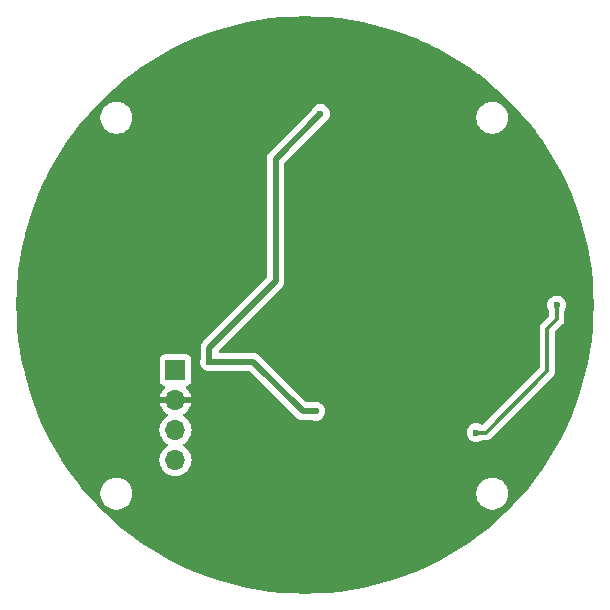
<source format=gbl>
G04 #@! TF.GenerationSoftware,KiCad,Pcbnew,8.0.1*
G04 #@! TF.CreationDate,2024-06-09T19:47:04+05:00*
G04 #@! TF.ProjectId,rocket_project,726f636b-6574-45f7-9072-6f6a6563742e,rev?*
G04 #@! TF.SameCoordinates,Original*
G04 #@! TF.FileFunction,Copper,L4,Bot*
G04 #@! TF.FilePolarity,Positive*
%FSLAX46Y46*%
G04 Gerber Fmt 4.6, Leading zero omitted, Abs format (unit mm)*
G04 Created by KiCad (PCBNEW 8.0.1) date 2024-06-09 19:47:04*
%MOMM*%
%LPD*%
G01*
G04 APERTURE LIST*
G04 #@! TA.AperFunction,ComponentPad*
%ADD10R,1.700000X1.700000*%
G04 #@! TD*
G04 #@! TA.AperFunction,ComponentPad*
%ADD11O,1.700000X1.700000*%
G04 #@! TD*
G04 #@! TA.AperFunction,ViaPad*
%ADD12C,0.600000*%
G04 #@! TD*
G04 #@! TA.AperFunction,Conductor*
%ADD13C,0.500000*%
G04 #@! TD*
G04 #@! TA.AperFunction,Conductor*
%ADD14C,0.300000*%
G04 #@! TD*
G04 APERTURE END LIST*
D10*
X146525000Y-100700000D03*
D11*
X146525000Y-103240000D03*
X146525000Y-105780000D03*
X146525000Y-108320000D03*
D12*
X139700000Y-90660000D03*
X139700000Y-103360000D03*
X152400000Y-103360000D03*
X156400000Y-75000000D03*
X165100000Y-113520000D03*
X144780000Y-108440000D03*
X154940000Y-113520000D03*
X180340000Y-98280000D03*
X175260000Y-105900000D03*
X160020000Y-93200000D03*
X177800000Y-83040000D03*
X167640000Y-95740000D03*
X152400000Y-93200000D03*
X147800000Y-84400000D03*
X165900000Y-79800000D03*
X160020000Y-95740000D03*
X172720000Y-85580000D03*
X142240000Y-100820000D03*
X160020000Y-75420000D03*
X137000000Y-90600000D03*
X143400000Y-95000000D03*
X152400000Y-83040000D03*
X167640000Y-77960000D03*
X139700000Y-98280000D03*
X154940000Y-72880000D03*
X160800000Y-91400000D03*
X144780000Y-100820000D03*
X165100000Y-72880000D03*
X157200000Y-86600000D03*
X162560000Y-113520000D03*
X137000000Y-86400000D03*
X157480000Y-105900000D03*
X162560000Y-75420000D03*
X137160000Y-103360000D03*
X152400000Y-116060000D03*
X145000000Y-76600000D03*
X142600000Y-87600000D03*
X160020000Y-88120000D03*
X149860000Y-72880000D03*
X165100000Y-116060000D03*
X165100000Y-75420000D03*
X142240000Y-85580000D03*
X177800000Y-103360000D03*
X154940000Y-108440000D03*
X149860000Y-113520000D03*
X154940000Y-98280000D03*
X177800000Y-85580000D03*
X149860000Y-101600000D03*
X147320000Y-98280000D03*
X162560000Y-77960000D03*
X160020000Y-98280000D03*
X169000000Y-100000000D03*
X142240000Y-90660000D03*
X162560000Y-80500000D03*
X170180000Y-77960000D03*
X154940000Y-116060000D03*
X175260000Y-85580000D03*
X167640000Y-75420000D03*
X157480000Y-95740000D03*
X134620000Y-90660000D03*
X172720000Y-88120000D03*
X162900000Y-94400000D03*
X177800000Y-105900000D03*
X139700000Y-105900000D03*
X157480000Y-108440000D03*
X167640000Y-80500000D03*
X152400000Y-113520000D03*
X149860000Y-95740000D03*
X149860000Y-116060000D03*
X167640000Y-113520000D03*
X160020000Y-116060000D03*
X175260000Y-83040000D03*
X165100000Y-77960000D03*
X134620000Y-100820000D03*
X144780000Y-103360000D03*
X147320000Y-116060000D03*
X147320000Y-93200000D03*
X147320000Y-113520000D03*
X175260000Y-108440000D03*
X149860000Y-93200000D03*
X172720000Y-83040000D03*
X142240000Y-98280000D03*
X147320000Y-88120000D03*
X149800000Y-109300000D03*
X157480000Y-118600000D03*
X157480000Y-90660000D03*
X139700000Y-108440000D03*
X137160000Y-105900000D03*
X137160000Y-100820000D03*
X171200000Y-94400000D03*
X137160000Y-98280000D03*
X165100000Y-95740000D03*
X170180000Y-75420000D03*
X148500000Y-74900000D03*
X144780000Y-98280000D03*
X170600000Y-108800000D03*
X142240000Y-103360000D03*
X144780000Y-110980000D03*
X177800000Y-88120000D03*
X147320000Y-95740000D03*
X157480000Y-93200000D03*
X162560000Y-72880000D03*
X167640000Y-116060000D03*
X137160000Y-93200000D03*
X170180000Y-80500000D03*
X180340000Y-93200000D03*
X139800000Y-96200000D03*
X157480000Y-100820000D03*
X157480000Y-88120000D03*
X154940000Y-103360000D03*
X162560000Y-95740000D03*
X160020000Y-72880000D03*
X160020000Y-113520000D03*
X169400000Y-89000000D03*
X175260000Y-88120000D03*
X162560000Y-116060000D03*
X144780000Y-113520000D03*
X149860000Y-77960000D03*
X154940000Y-118600000D03*
X152400000Y-108440000D03*
X160020000Y-118600000D03*
X175000000Y-91800000D03*
X160020000Y-80500000D03*
X144780000Y-105900000D03*
X157480000Y-72880000D03*
X134620000Y-95740000D03*
X157480000Y-113520000D03*
X142240000Y-108440000D03*
X142240000Y-105900000D03*
X152400000Y-72880000D03*
X157480000Y-98280000D03*
X152400000Y-75420000D03*
X139700000Y-100820000D03*
X146300000Y-85500000D03*
X170180000Y-113520000D03*
X157480000Y-116060000D03*
X149400000Y-100000000D03*
X158800000Y-79000000D03*
X158400000Y-104200000D03*
X178800000Y-95200000D03*
X172000000Y-106000000D03*
D13*
X155000000Y-93200000D02*
X149400000Y-98800000D01*
X157300000Y-104200000D02*
X158400000Y-104200000D01*
X158800000Y-79000000D02*
X155000000Y-82800000D01*
X153100000Y-100000000D02*
X157300000Y-104200000D01*
X149400000Y-100000000D02*
X153100000Y-100000000D01*
X149400000Y-98800000D02*
X149400000Y-100000000D01*
X155000000Y-82800000D02*
X155000000Y-93200000D01*
D14*
X178000000Y-100800000D02*
X172800000Y-106000000D01*
X178800000Y-95200000D02*
X178800000Y-96400000D01*
X178800000Y-96400000D02*
X178000000Y-97200000D01*
X172800000Y-106000000D02*
X172000000Y-106000000D01*
X178000000Y-97200000D02*
X178000000Y-100800000D01*
G04 #@! TA.AperFunction,Conductor*
G36*
X158471749Y-70773924D02*
G01*
X158476676Y-70774122D01*
X159454375Y-70833263D01*
X159459316Y-70833662D01*
X160433816Y-70932119D01*
X160438750Y-70932718D01*
X161408486Y-71070333D01*
X161413383Y-71071129D01*
X162376799Y-71247682D01*
X162381683Y-71248679D01*
X163337191Y-71463877D01*
X163342030Y-71465070D01*
X164288121Y-71718574D01*
X164292883Y-71719954D01*
X165227992Y-72011346D01*
X165232669Y-72012907D01*
X166155330Y-72341730D01*
X166159938Y-72343478D01*
X167068596Y-72709182D01*
X167073135Y-72711115D01*
X167333071Y-72828103D01*
X167966312Y-73113102D01*
X167970824Y-73115243D01*
X168397371Y-73328269D01*
X168847071Y-73552859D01*
X168851472Y-73555168D01*
X169709392Y-74027713D01*
X169713696Y-74030198D01*
X170551907Y-74536915D01*
X170556077Y-74539552D01*
X171373204Y-75079608D01*
X171377305Y-75082439D01*
X172172025Y-75654959D01*
X172175978Y-75657930D01*
X172186288Y-75666007D01*
X172947000Y-76261988D01*
X172950846Y-76265128D01*
X173696880Y-76899707D01*
X173700618Y-76903018D01*
X174420542Y-77567165D01*
X174424143Y-77570625D01*
X175116674Y-78263156D01*
X175120134Y-78266757D01*
X175784281Y-78986681D01*
X175787588Y-78990415D01*
X176422166Y-79736447D01*
X176425311Y-79740299D01*
X177019243Y-80498396D01*
X177029354Y-80511301D01*
X177032345Y-80515282D01*
X177310302Y-80901115D01*
X177604854Y-81309985D01*
X177607691Y-81314095D01*
X178147731Y-82131196D01*
X178150392Y-82135405D01*
X178419820Y-82581092D01*
X178657095Y-82973594D01*
X178659592Y-82977919D01*
X179132125Y-83835817D01*
X179134446Y-83840239D01*
X179572056Y-84716475D01*
X179574197Y-84720987D01*
X179976172Y-85614137D01*
X179978129Y-85618731D01*
X180343809Y-86527330D01*
X180345580Y-86532000D01*
X180674382Y-87454601D01*
X180675963Y-87459338D01*
X180967338Y-88394393D01*
X180968728Y-88399190D01*
X181222229Y-89345271D01*
X181223424Y-89350119D01*
X181438619Y-90305611D01*
X181439618Y-90310504D01*
X181616167Y-91273899D01*
X181616968Y-91278829D01*
X181754579Y-92248537D01*
X181755181Y-92253494D01*
X181853635Y-93227964D01*
X181854037Y-93232942D01*
X181913175Y-94210592D01*
X181913376Y-94215582D01*
X181933098Y-95194813D01*
X181933098Y-95199807D01*
X181913376Y-96179037D01*
X181913175Y-96184027D01*
X181854037Y-97161677D01*
X181853635Y-97166655D01*
X181755181Y-98141125D01*
X181754579Y-98146082D01*
X181616968Y-99115790D01*
X181616167Y-99120720D01*
X181439618Y-100084115D01*
X181438619Y-100089008D01*
X181223424Y-101044500D01*
X181222229Y-101049348D01*
X180968728Y-101995429D01*
X180967338Y-102000226D01*
X180675963Y-102935281D01*
X180674382Y-102940018D01*
X180345580Y-103862619D01*
X180343809Y-103867289D01*
X179978129Y-104775888D01*
X179976172Y-104780482D01*
X179574197Y-105673632D01*
X179572056Y-105678144D01*
X179134446Y-106554380D01*
X179132125Y-106558802D01*
X178659592Y-107416700D01*
X178657095Y-107421025D01*
X178150400Y-108259202D01*
X178147731Y-108263423D01*
X177607691Y-109080524D01*
X177604854Y-109084634D01*
X177032354Y-109879326D01*
X177029354Y-109883318D01*
X176425311Y-110654320D01*
X176422152Y-110658189D01*
X175787592Y-111404200D01*
X175784281Y-111407938D01*
X175120134Y-112127862D01*
X175116674Y-112131463D01*
X174424143Y-112823994D01*
X174420542Y-112827454D01*
X173700618Y-113491601D01*
X173696880Y-113494912D01*
X172950869Y-114129472D01*
X172947000Y-114132631D01*
X172175998Y-114736674D01*
X172172006Y-114739674D01*
X171377314Y-115312174D01*
X171373204Y-115315011D01*
X170556103Y-115855051D01*
X170551882Y-115857720D01*
X169713706Y-116364415D01*
X169709381Y-116366912D01*
X168851482Y-116839445D01*
X168847060Y-116841766D01*
X167970824Y-117279376D01*
X167966312Y-117281517D01*
X167073162Y-117683492D01*
X167068568Y-117685449D01*
X166159969Y-118051129D01*
X166155299Y-118052900D01*
X165232698Y-118381702D01*
X165227961Y-118383283D01*
X164292906Y-118674658D01*
X164288109Y-118676048D01*
X163342028Y-118929549D01*
X163337180Y-118930744D01*
X162381688Y-119145939D01*
X162376795Y-119146938D01*
X161413400Y-119323487D01*
X161408470Y-119324288D01*
X160438762Y-119461899D01*
X160433805Y-119462501D01*
X159459335Y-119560955D01*
X159454357Y-119561357D01*
X158476707Y-119620495D01*
X158471717Y-119620696D01*
X157492487Y-119640418D01*
X157487493Y-119640418D01*
X156508262Y-119620696D01*
X156503272Y-119620495D01*
X155525622Y-119561357D01*
X155520644Y-119560955D01*
X154546174Y-119462501D01*
X154541217Y-119461899D01*
X153571509Y-119324288D01*
X153566579Y-119323487D01*
X152603184Y-119146938D01*
X152598291Y-119145939D01*
X151642799Y-118930744D01*
X151637951Y-118929549D01*
X150691870Y-118676048D01*
X150687073Y-118674658D01*
X149752018Y-118383283D01*
X149747281Y-118381702D01*
X148824680Y-118052900D01*
X148820010Y-118051129D01*
X147911411Y-117685449D01*
X147906817Y-117683492D01*
X147013667Y-117281517D01*
X147009155Y-117279376D01*
X146132919Y-116841766D01*
X146128497Y-116839445D01*
X145270599Y-116366912D01*
X145266274Y-116364415D01*
X144602460Y-115963126D01*
X144428085Y-115857712D01*
X144423889Y-115855059D01*
X143606775Y-115315011D01*
X143602665Y-115312174D01*
X142807973Y-114739674D01*
X142803993Y-114736683D01*
X142032979Y-114132631D01*
X142029127Y-114129486D01*
X141283095Y-113494908D01*
X141279361Y-113491601D01*
X140559437Y-112827454D01*
X140555836Y-112823994D01*
X139863305Y-112131463D01*
X139859845Y-112127862D01*
X139195698Y-111407938D01*
X139192387Y-111404200D01*
X139077757Y-111269437D01*
X139077756Y-111269436D01*
X140173183Y-111269436D01*
X140206436Y-111479389D01*
X140272127Y-111681564D01*
X140368634Y-111870970D01*
X140493573Y-112042936D01*
X140643896Y-112193259D01*
X140815862Y-112318198D01*
X140815864Y-112318199D01*
X140815867Y-112318201D01*
X141005271Y-112414707D01*
X141207440Y-112480396D01*
X141417396Y-112513650D01*
X141417397Y-112513650D01*
X141629969Y-112513650D01*
X141629970Y-112513650D01*
X141839926Y-112480396D01*
X142042095Y-112414707D01*
X142231499Y-112318201D01*
X142253472Y-112302236D01*
X142403469Y-112193259D01*
X142403471Y-112193256D01*
X142403475Y-112193254D01*
X142553787Y-112042942D01*
X142553789Y-112042938D01*
X142553792Y-112042936D01*
X142678731Y-111870970D01*
X142678730Y-111870970D01*
X142678734Y-111870966D01*
X142775240Y-111681562D01*
X142840929Y-111479393D01*
X142874183Y-111269437D01*
X142874183Y-111269436D01*
X171992988Y-111269436D01*
X172026241Y-111479389D01*
X172091932Y-111681564D01*
X172188439Y-111870970D01*
X172313378Y-112042936D01*
X172463701Y-112193259D01*
X172635667Y-112318198D01*
X172635669Y-112318199D01*
X172635672Y-112318201D01*
X172825076Y-112414707D01*
X173027245Y-112480396D01*
X173237201Y-112513650D01*
X173237202Y-112513650D01*
X173449774Y-112513650D01*
X173449775Y-112513650D01*
X173659731Y-112480396D01*
X173861900Y-112414707D01*
X174051304Y-112318201D01*
X174073277Y-112302236D01*
X174223274Y-112193259D01*
X174223276Y-112193256D01*
X174223280Y-112193254D01*
X174373592Y-112042942D01*
X174373594Y-112042938D01*
X174373597Y-112042936D01*
X174498536Y-111870970D01*
X174498535Y-111870970D01*
X174498539Y-111870966D01*
X174595045Y-111681562D01*
X174660734Y-111479393D01*
X174693988Y-111269437D01*
X174693988Y-111056863D01*
X174660734Y-110846907D01*
X174595045Y-110644738D01*
X174498539Y-110455334D01*
X174498537Y-110455331D01*
X174498536Y-110455329D01*
X174373597Y-110283363D01*
X174223274Y-110133040D01*
X174051308Y-110008101D01*
X173861902Y-109911594D01*
X173861901Y-109911593D01*
X173861900Y-109911593D01*
X173659731Y-109845904D01*
X173659729Y-109845903D01*
X173659728Y-109845903D01*
X173498445Y-109820358D01*
X173449775Y-109812650D01*
X173237201Y-109812650D01*
X173188530Y-109820358D01*
X173027248Y-109845903D01*
X172825073Y-109911594D01*
X172635667Y-110008101D01*
X172463701Y-110133040D01*
X172313378Y-110283363D01*
X172188439Y-110455329D01*
X172091932Y-110644735D01*
X172091931Y-110644737D01*
X172091931Y-110644738D01*
X172059086Y-110745822D01*
X172026241Y-110846910D01*
X171992988Y-111056863D01*
X171992988Y-111269436D01*
X142874183Y-111269436D01*
X142874183Y-111056863D01*
X142840929Y-110846907D01*
X142775240Y-110644738D01*
X142678734Y-110455334D01*
X142678732Y-110455331D01*
X142678731Y-110455329D01*
X142553792Y-110283363D01*
X142403469Y-110133040D01*
X142231503Y-110008101D01*
X142042097Y-109911594D01*
X142042096Y-109911593D01*
X142042095Y-109911593D01*
X141839926Y-109845904D01*
X141839924Y-109845903D01*
X141839923Y-109845903D01*
X141678640Y-109820358D01*
X141629970Y-109812650D01*
X141417396Y-109812650D01*
X141368725Y-109820358D01*
X141207443Y-109845903D01*
X141005268Y-109911594D01*
X140815862Y-110008101D01*
X140643896Y-110133040D01*
X140493573Y-110283363D01*
X140368634Y-110455329D01*
X140272127Y-110644735D01*
X140272126Y-110644737D01*
X140272126Y-110644738D01*
X140239281Y-110745822D01*
X140206436Y-110846910D01*
X140173183Y-111056863D01*
X140173183Y-111269436D01*
X139077756Y-111269436D01*
X138557808Y-110658166D01*
X138554668Y-110654320D01*
X138146275Y-110133046D01*
X137950610Y-109883298D01*
X137947639Y-109879345D01*
X137375119Y-109084625D01*
X137372288Y-109080524D01*
X136869642Y-108320000D01*
X145169341Y-108320000D01*
X145189936Y-108555403D01*
X145189938Y-108555413D01*
X145251094Y-108783655D01*
X145251096Y-108783659D01*
X145251097Y-108783663D01*
X145350965Y-108997830D01*
X145350967Y-108997834D01*
X145411746Y-109084634D01*
X145486505Y-109191401D01*
X145653599Y-109358495D01*
X145750384Y-109426265D01*
X145847165Y-109494032D01*
X145847167Y-109494033D01*
X145847170Y-109494035D01*
X146061337Y-109593903D01*
X146289592Y-109655063D01*
X146477918Y-109671539D01*
X146524999Y-109675659D01*
X146525000Y-109675659D01*
X146525001Y-109675659D01*
X146564234Y-109672226D01*
X146760408Y-109655063D01*
X146988663Y-109593903D01*
X147202830Y-109494035D01*
X147396401Y-109358495D01*
X147563495Y-109191401D01*
X147699035Y-108997830D01*
X147798903Y-108783663D01*
X147860063Y-108555408D01*
X147880659Y-108320000D01*
X147860063Y-108084592D01*
X147798903Y-107856337D01*
X147699035Y-107642171D01*
X147563495Y-107448599D01*
X147563494Y-107448597D01*
X147396402Y-107281506D01*
X147396396Y-107281501D01*
X147210842Y-107151575D01*
X147167217Y-107096998D01*
X147160023Y-107027500D01*
X147191546Y-106965145D01*
X147210842Y-106948425D01*
X147299917Y-106886054D01*
X147396401Y-106818495D01*
X147563495Y-106651401D01*
X147699035Y-106457830D01*
X147798903Y-106243663D01*
X147860063Y-106015408D01*
X147861411Y-106000003D01*
X171194435Y-106000003D01*
X171214630Y-106179249D01*
X171214631Y-106179254D01*
X171274211Y-106349523D01*
X171342265Y-106457830D01*
X171370184Y-106502262D01*
X171497738Y-106629816D01*
X171650478Y-106725789D01*
X171820739Y-106785366D01*
X171820745Y-106785368D01*
X171820750Y-106785369D01*
X171999996Y-106805565D01*
X172000000Y-106805565D01*
X172000004Y-106805565D01*
X172179249Y-106785369D01*
X172179251Y-106785368D01*
X172179255Y-106785368D01*
X172179258Y-106785366D01*
X172179262Y-106785366D01*
X172269377Y-106753832D01*
X172349522Y-106725789D01*
X172439096Y-106669505D01*
X172505068Y-106650500D01*
X172864071Y-106650500D01*
X172948615Y-106633682D01*
X172989744Y-106625501D01*
X173108127Y-106576465D01*
X173214669Y-106505277D01*
X178505277Y-101214669D01*
X178576466Y-101108126D01*
X178605189Y-101038779D01*
X178625501Y-100989744D01*
X178650500Y-100864069D01*
X178650500Y-97520808D01*
X178670185Y-97453769D01*
X178686819Y-97433127D01*
X179305273Y-96814673D01*
X179305277Y-96814669D01*
X179376465Y-96708127D01*
X179425501Y-96589744D01*
X179450500Y-96464069D01*
X179450500Y-95705067D01*
X179469507Y-95639094D01*
X179525788Y-95549524D01*
X179585368Y-95379254D01*
X179585369Y-95379249D01*
X179605565Y-95200003D01*
X179605565Y-95199996D01*
X179585369Y-95020750D01*
X179585368Y-95020745D01*
X179525788Y-94850476D01*
X179429815Y-94697737D01*
X179302262Y-94570184D01*
X179149523Y-94474211D01*
X178979254Y-94414631D01*
X178979249Y-94414630D01*
X178800004Y-94394435D01*
X178799996Y-94394435D01*
X178620750Y-94414630D01*
X178620745Y-94414631D01*
X178450476Y-94474211D01*
X178297737Y-94570184D01*
X178170184Y-94697737D01*
X178074211Y-94850476D01*
X178014631Y-95020745D01*
X178014630Y-95020750D01*
X177994435Y-95199996D01*
X177994435Y-95200003D01*
X178014630Y-95379249D01*
X178014631Y-95379254D01*
X178074211Y-95549524D01*
X178130493Y-95639094D01*
X178149500Y-95705067D01*
X178149500Y-96079191D01*
X178129815Y-96146230D01*
X178113181Y-96166872D01*
X177494727Y-96785325D01*
X177494726Y-96785326D01*
X177423534Y-96891874D01*
X177374499Y-97010255D01*
X177374497Y-97010261D01*
X177349500Y-97135928D01*
X177349500Y-100479192D01*
X177329815Y-100546231D01*
X177313181Y-100566873D01*
X172576858Y-105303195D01*
X172515535Y-105336680D01*
X172445843Y-105331696D01*
X172423206Y-105320508D01*
X172349527Y-105274213D01*
X172349518Y-105274209D01*
X172179262Y-105214633D01*
X172179249Y-105214630D01*
X172000004Y-105194435D01*
X171999996Y-105194435D01*
X171820750Y-105214630D01*
X171820745Y-105214631D01*
X171650476Y-105274211D01*
X171497737Y-105370184D01*
X171370184Y-105497737D01*
X171274211Y-105650476D01*
X171214631Y-105820745D01*
X171214630Y-105820750D01*
X171194435Y-105999996D01*
X171194435Y-106000003D01*
X147861411Y-106000003D01*
X147880659Y-105780000D01*
X147860063Y-105544592D01*
X147798903Y-105316337D01*
X147699035Y-105102171D01*
X147597707Y-104957458D01*
X147563494Y-104908597D01*
X147396402Y-104741506D01*
X147396401Y-104741505D01*
X147210405Y-104611269D01*
X147166781Y-104556692D01*
X147159588Y-104487193D01*
X147191110Y-104424839D01*
X147210405Y-104408119D01*
X147396082Y-104278105D01*
X147563105Y-104111082D01*
X147698600Y-103917578D01*
X147798429Y-103703492D01*
X147798432Y-103703486D01*
X147855636Y-103490000D01*
X146958012Y-103490000D01*
X146990925Y-103432993D01*
X147025000Y-103305826D01*
X147025000Y-103174174D01*
X146990925Y-103047007D01*
X146958012Y-102990000D01*
X147855636Y-102990000D01*
X147855635Y-102989999D01*
X147798432Y-102776513D01*
X147798429Y-102776507D01*
X147698600Y-102562422D01*
X147698599Y-102562420D01*
X147563113Y-102368926D01*
X147563108Y-102368920D01*
X147441053Y-102246865D01*
X147407568Y-102185542D01*
X147412552Y-102115850D01*
X147454424Y-102059917D01*
X147485400Y-102043002D01*
X147600091Y-102000226D01*
X147617326Y-101993798D01*
X147617326Y-101993797D01*
X147617331Y-101993796D01*
X147732546Y-101907546D01*
X147818796Y-101792331D01*
X147869091Y-101657483D01*
X147875500Y-101597873D01*
X147875499Y-100000003D01*
X148594435Y-100000003D01*
X148614630Y-100179249D01*
X148614631Y-100179254D01*
X148674211Y-100349523D01*
X148755688Y-100479192D01*
X148770184Y-100502262D01*
X148897738Y-100629816D01*
X149050478Y-100725789D01*
X149220745Y-100785368D01*
X149220750Y-100785369D01*
X149399996Y-100805565D01*
X149400000Y-100805565D01*
X149400004Y-100805565D01*
X149579249Y-100785369D01*
X149579252Y-100785368D01*
X149579255Y-100785368D01*
X149659017Y-100757457D01*
X149699972Y-100750500D01*
X152737770Y-100750500D01*
X152804809Y-100770185D01*
X152825451Y-100786819D01*
X156821584Y-104782952D01*
X156847773Y-104800450D01*
X156873957Y-104817946D01*
X156873959Y-104817947D01*
X156873962Y-104817949D01*
X156944505Y-104865084D01*
X156944506Y-104865084D01*
X156944507Y-104865085D01*
X157081082Y-104921656D01*
X157081087Y-104921658D01*
X157081091Y-104921658D01*
X157081092Y-104921659D01*
X157226079Y-104950500D01*
X157226082Y-104950500D01*
X157226083Y-104950500D01*
X157373917Y-104950500D01*
X158100028Y-104950500D01*
X158140983Y-104957458D01*
X158220745Y-104985368D01*
X158220750Y-104985369D01*
X158399996Y-105005565D01*
X158400000Y-105005565D01*
X158400004Y-105005565D01*
X158579249Y-104985369D01*
X158579252Y-104985368D01*
X158579255Y-104985368D01*
X158749522Y-104925789D01*
X158902262Y-104829816D01*
X159029816Y-104702262D01*
X159125789Y-104549522D01*
X159185368Y-104379255D01*
X159205565Y-104200000D01*
X159195699Y-104112437D01*
X159185369Y-104020750D01*
X159185368Y-104020745D01*
X159125788Y-103850476D01*
X159033431Y-103703492D01*
X159029816Y-103697738D01*
X158902262Y-103570184D01*
X158865376Y-103547007D01*
X158749523Y-103474211D01*
X158579254Y-103414631D01*
X158579249Y-103414630D01*
X158400004Y-103394435D01*
X158399996Y-103394435D01*
X158220750Y-103414630D01*
X158220745Y-103414631D01*
X158140983Y-103442542D01*
X158100028Y-103449500D01*
X157662230Y-103449500D01*
X157595191Y-103429815D01*
X157574549Y-103413181D01*
X153578421Y-99417052D01*
X153578420Y-99417051D01*
X153486913Y-99355909D01*
X153477321Y-99349500D01*
X153455495Y-99334916D01*
X153455493Y-99334915D01*
X153455490Y-99334913D01*
X153318917Y-99278343D01*
X153318907Y-99278340D01*
X153173920Y-99249500D01*
X153173918Y-99249500D01*
X150311230Y-99249500D01*
X150244191Y-99229815D01*
X150198436Y-99177011D01*
X150188492Y-99107853D01*
X150217517Y-99044297D01*
X150223549Y-99037819D01*
X152797299Y-96464069D01*
X155582952Y-93678416D01*
X155632186Y-93604729D01*
X155665084Y-93555495D01*
X155721658Y-93418913D01*
X155750500Y-93273918D01*
X155750500Y-83162228D01*
X155770185Y-83095189D01*
X155786814Y-83074552D01*
X159108059Y-79753306D01*
X159144132Y-79730657D01*
X159143244Y-79728813D01*
X159149515Y-79725792D01*
X159149516Y-79725790D01*
X159149522Y-79725789D01*
X159302262Y-79629816D01*
X159429816Y-79502262D01*
X159462886Y-79449631D01*
X171992988Y-79449631D01*
X172021526Y-79629816D01*
X172026242Y-79659588D01*
X172051832Y-79738347D01*
X172091932Y-79861759D01*
X172188439Y-80051165D01*
X172313378Y-80223131D01*
X172463701Y-80373454D01*
X172635667Y-80498393D01*
X172635669Y-80498394D01*
X172635672Y-80498396D01*
X172825076Y-80594902D01*
X173027245Y-80660591D01*
X173237201Y-80693845D01*
X173237202Y-80693845D01*
X173449774Y-80693845D01*
X173449775Y-80693845D01*
X173659731Y-80660591D01*
X173861900Y-80594902D01*
X174051304Y-80498396D01*
X174073277Y-80482431D01*
X174223274Y-80373454D01*
X174223276Y-80373451D01*
X174223280Y-80373449D01*
X174373592Y-80223137D01*
X174373594Y-80223133D01*
X174373597Y-80223131D01*
X174498536Y-80051165D01*
X174498535Y-80051165D01*
X174498539Y-80051161D01*
X174595045Y-79861757D01*
X174660734Y-79659588D01*
X174693988Y-79449632D01*
X174693988Y-79237058D01*
X174660734Y-79027102D01*
X174595045Y-78824933D01*
X174498539Y-78635529D01*
X174498537Y-78635526D01*
X174498536Y-78635524D01*
X174373597Y-78463558D01*
X174223274Y-78313235D01*
X174051308Y-78188296D01*
X173861902Y-78091789D01*
X173861901Y-78091788D01*
X173861900Y-78091788D01*
X173659731Y-78026099D01*
X173659729Y-78026098D01*
X173659728Y-78026098D01*
X173498445Y-78000553D01*
X173449775Y-77992845D01*
X173237201Y-77992845D01*
X173188530Y-78000553D01*
X173027248Y-78026098D01*
X172825073Y-78091789D01*
X172635667Y-78188296D01*
X172463701Y-78313235D01*
X172313378Y-78463558D01*
X172188439Y-78635524D01*
X172091932Y-78824930D01*
X172026241Y-79027105D01*
X171992988Y-79237058D01*
X171992988Y-79449631D01*
X159462886Y-79449631D01*
X159525789Y-79349522D01*
X159585368Y-79179255D01*
X159602511Y-79027105D01*
X159605565Y-79000003D01*
X159605565Y-78999996D01*
X159585369Y-78820750D01*
X159585368Y-78820745D01*
X159527986Y-78656758D01*
X159525789Y-78650478D01*
X159429816Y-78497738D01*
X159302262Y-78370184D01*
X159211638Y-78313241D01*
X159149523Y-78274211D01*
X158979254Y-78214631D01*
X158979249Y-78214630D01*
X158800004Y-78194435D01*
X158799996Y-78194435D01*
X158620750Y-78214630D01*
X158620745Y-78214631D01*
X158450476Y-78274211D01*
X158297737Y-78370184D01*
X158170184Y-78497737D01*
X158074208Y-78650483D01*
X158071186Y-78656758D01*
X158069361Y-78655878D01*
X158046692Y-78691939D01*
X154417050Y-82321580D01*
X154417044Y-82321588D01*
X154367812Y-82395268D01*
X154367813Y-82395269D01*
X154334921Y-82444496D01*
X154334914Y-82444508D01*
X154278342Y-82581086D01*
X154278340Y-82581092D01*
X154249500Y-82726079D01*
X154249500Y-92837769D01*
X154229815Y-92904808D01*
X154213181Y-92925450D01*
X148817050Y-98321580D01*
X148817044Y-98321588D01*
X148767812Y-98395268D01*
X148767813Y-98395269D01*
X148734921Y-98444496D01*
X148734914Y-98444508D01*
X148678342Y-98581086D01*
X148678340Y-98581092D01*
X148649500Y-98726079D01*
X148649500Y-99700028D01*
X148642542Y-99740982D01*
X148614631Y-99820747D01*
X148594435Y-99999996D01*
X148594435Y-100000003D01*
X147875499Y-100000003D01*
X147875499Y-99802128D01*
X147869091Y-99742517D01*
X147868518Y-99740982D01*
X147818797Y-99607671D01*
X147818793Y-99607664D01*
X147732547Y-99492455D01*
X147732544Y-99492452D01*
X147617335Y-99406206D01*
X147617328Y-99406202D01*
X147482482Y-99355908D01*
X147482483Y-99355908D01*
X147422883Y-99349501D01*
X147422881Y-99349500D01*
X147422873Y-99349500D01*
X147422864Y-99349500D01*
X145627129Y-99349500D01*
X145627123Y-99349501D01*
X145567516Y-99355908D01*
X145432671Y-99406202D01*
X145432664Y-99406206D01*
X145317455Y-99492452D01*
X145317452Y-99492455D01*
X145231206Y-99607664D01*
X145231202Y-99607671D01*
X145180908Y-99742517D01*
X145174501Y-99802116D01*
X145174501Y-99802123D01*
X145174500Y-99802135D01*
X145174500Y-101597870D01*
X145174501Y-101597876D01*
X145180908Y-101657483D01*
X145231202Y-101792328D01*
X145231206Y-101792335D01*
X145317452Y-101907544D01*
X145317455Y-101907547D01*
X145432664Y-101993793D01*
X145432671Y-101993797D01*
X145494902Y-102017007D01*
X145564598Y-102043002D01*
X145620531Y-102084873D01*
X145644949Y-102150337D01*
X145630098Y-102218610D01*
X145608947Y-102246865D01*
X145486886Y-102368926D01*
X145351400Y-102562420D01*
X145351399Y-102562422D01*
X145251570Y-102776507D01*
X145251567Y-102776513D01*
X145194364Y-102989999D01*
X145194364Y-102990000D01*
X146091988Y-102990000D01*
X146059075Y-103047007D01*
X146025000Y-103174174D01*
X146025000Y-103305826D01*
X146059075Y-103432993D01*
X146091988Y-103490000D01*
X145194364Y-103490000D01*
X145251567Y-103703486D01*
X145251570Y-103703492D01*
X145351399Y-103917578D01*
X145486894Y-104111082D01*
X145653917Y-104278105D01*
X145839595Y-104408119D01*
X145883219Y-104462696D01*
X145890412Y-104532195D01*
X145858890Y-104594549D01*
X145839595Y-104611269D01*
X145653594Y-104741508D01*
X145486505Y-104908597D01*
X145350965Y-105102169D01*
X145350964Y-105102171D01*
X145251098Y-105316335D01*
X145251094Y-105316344D01*
X145189938Y-105544586D01*
X145189936Y-105544596D01*
X145169341Y-105779999D01*
X145169341Y-105780000D01*
X145189936Y-106015403D01*
X145189938Y-106015413D01*
X145251094Y-106243655D01*
X145251096Y-106243659D01*
X145251097Y-106243663D01*
X145350965Y-106457830D01*
X145350967Y-106457834D01*
X145486501Y-106651395D01*
X145486506Y-106651402D01*
X145653597Y-106818493D01*
X145653603Y-106818498D01*
X145839158Y-106948425D01*
X145882783Y-107003002D01*
X145889977Y-107072500D01*
X145858454Y-107134855D01*
X145839158Y-107151575D01*
X145653597Y-107281505D01*
X145486505Y-107448597D01*
X145350965Y-107642169D01*
X145350964Y-107642171D01*
X145251098Y-107856335D01*
X145251094Y-107856344D01*
X145189938Y-108084586D01*
X145189936Y-108084596D01*
X145169341Y-108319999D01*
X145169341Y-108320000D01*
X136869642Y-108320000D01*
X136832232Y-108263397D01*
X136829595Y-108259227D01*
X136322878Y-107421016D01*
X136320387Y-107416701D01*
X136320386Y-107416700D01*
X135847848Y-106558792D01*
X135845533Y-106554380D01*
X135658187Y-106179254D01*
X135407923Y-105678144D01*
X135405782Y-105673632D01*
X135251889Y-105331696D01*
X135003795Y-104780455D01*
X135001862Y-104775916D01*
X134636158Y-103867258D01*
X134634410Y-103862650D01*
X134305587Y-102939989D01*
X134304026Y-102935312D01*
X134012634Y-102000203D01*
X134011251Y-101995429D01*
X134010813Y-101993796D01*
X133757750Y-101049348D01*
X133756555Y-101044500D01*
X133744223Y-100989746D01*
X133541359Y-100089003D01*
X133540361Y-100084115D01*
X133477761Y-99742516D01*
X133363809Y-99120703D01*
X133363011Y-99115790D01*
X133352865Y-99044297D01*
X133225398Y-98146070D01*
X133224798Y-98141125D01*
X133126342Y-97166636D01*
X133125942Y-97161677D01*
X133124385Y-97135931D01*
X133066802Y-96183996D01*
X133066604Y-96179069D01*
X133046881Y-95199792D01*
X133046881Y-95194813D01*
X133053816Y-94850476D01*
X133066604Y-94215548D01*
X133066802Y-94210625D01*
X133125943Y-93232920D01*
X133126344Y-93227964D01*
X133160578Y-92889132D01*
X133224800Y-92253477D01*
X133225400Y-92248537D01*
X133363014Y-91278805D01*
X133363807Y-91273924D01*
X133540363Y-90310490D01*
X133541360Y-90305611D01*
X133756555Y-89350119D01*
X133757750Y-89345271D01*
X133801355Y-89182535D01*
X134011258Y-88399165D01*
X134012630Y-88394429D01*
X134304031Y-87459292D01*
X134305582Y-87454645D01*
X134634416Y-86531953D01*
X134636151Y-86527377D01*
X135001869Y-85618685D01*
X135003787Y-85614182D01*
X135405785Y-84720978D01*
X135407923Y-84716475D01*
X135557714Y-84416546D01*
X135845549Y-83840207D01*
X135847837Y-83835848D01*
X136320405Y-82977887D01*
X136322865Y-82973625D01*
X136829609Y-82135369D01*
X136832217Y-82131244D01*
X137372310Y-81314062D01*
X137375102Y-81310017D01*
X137947657Y-80515249D01*
X137950592Y-80511344D01*
X138554685Y-79740277D01*
X138557788Y-79736477D01*
X138801780Y-79449631D01*
X140173183Y-79449631D01*
X140201721Y-79629816D01*
X140206437Y-79659588D01*
X140232027Y-79738347D01*
X140272127Y-79861759D01*
X140368634Y-80051165D01*
X140493573Y-80223131D01*
X140643896Y-80373454D01*
X140815862Y-80498393D01*
X140815864Y-80498394D01*
X140815867Y-80498396D01*
X141005271Y-80594902D01*
X141207440Y-80660591D01*
X141417396Y-80693845D01*
X141417397Y-80693845D01*
X141629969Y-80693845D01*
X141629970Y-80693845D01*
X141839926Y-80660591D01*
X142042095Y-80594902D01*
X142231499Y-80498396D01*
X142253472Y-80482431D01*
X142403469Y-80373454D01*
X142403471Y-80373451D01*
X142403475Y-80373449D01*
X142553787Y-80223137D01*
X142553789Y-80223133D01*
X142553792Y-80223131D01*
X142678731Y-80051165D01*
X142678730Y-80051165D01*
X142678734Y-80051161D01*
X142775240Y-79861757D01*
X142840929Y-79659588D01*
X142874183Y-79449632D01*
X142874183Y-79237058D01*
X142840929Y-79027102D01*
X142775240Y-78824933D01*
X142678734Y-78635529D01*
X142678732Y-78635526D01*
X142678731Y-78635524D01*
X142553792Y-78463558D01*
X142403469Y-78313235D01*
X142231503Y-78188296D01*
X142042097Y-78091789D01*
X142042096Y-78091788D01*
X142042095Y-78091788D01*
X141839926Y-78026099D01*
X141839924Y-78026098D01*
X141839923Y-78026098D01*
X141678640Y-78000553D01*
X141629970Y-77992845D01*
X141417396Y-77992845D01*
X141368725Y-78000553D01*
X141207443Y-78026098D01*
X141005268Y-78091789D01*
X140815862Y-78188296D01*
X140643896Y-78313235D01*
X140493573Y-78463558D01*
X140368634Y-78635524D01*
X140272127Y-78824930D01*
X140206436Y-79027105D01*
X140173183Y-79237058D01*
X140173183Y-79449631D01*
X138801780Y-79449631D01*
X139192415Y-78990386D01*
X139195698Y-78986681D01*
X139859868Y-78266732D01*
X139863280Y-78263181D01*
X140555861Y-77570600D01*
X140559412Y-77567188D01*
X141279369Y-76903010D01*
X141283066Y-76899735D01*
X142029157Y-76265108D01*
X142032957Y-76262005D01*
X142804024Y-75657912D01*
X142807929Y-75654977D01*
X143602697Y-75082422D01*
X143606742Y-75079630D01*
X144423924Y-74539537D01*
X144428049Y-74536929D01*
X145266305Y-74030185D01*
X145270567Y-74027725D01*
X146128528Y-73555157D01*
X146132887Y-73552869D01*
X147009163Y-73115239D01*
X147013667Y-73113102D01*
X147906862Y-72711107D01*
X147911365Y-72709189D01*
X148820057Y-72343471D01*
X148824633Y-72341736D01*
X149747325Y-72012902D01*
X149751972Y-72011351D01*
X150687109Y-71719950D01*
X150691845Y-71718578D01*
X151637961Y-71465067D01*
X151642777Y-71463880D01*
X152598305Y-71248676D01*
X152603170Y-71247683D01*
X153566604Y-71071127D01*
X153571485Y-71070334D01*
X154541235Y-70932717D01*
X154546157Y-70932120D01*
X155520667Y-70833662D01*
X155525600Y-70833263D01*
X156503305Y-70774122D01*
X156508228Y-70773924D01*
X157487507Y-70754201D01*
X157492473Y-70754201D01*
X158471749Y-70773924D01*
G37*
G04 #@! TD.AperFunction*
M02*

</source>
